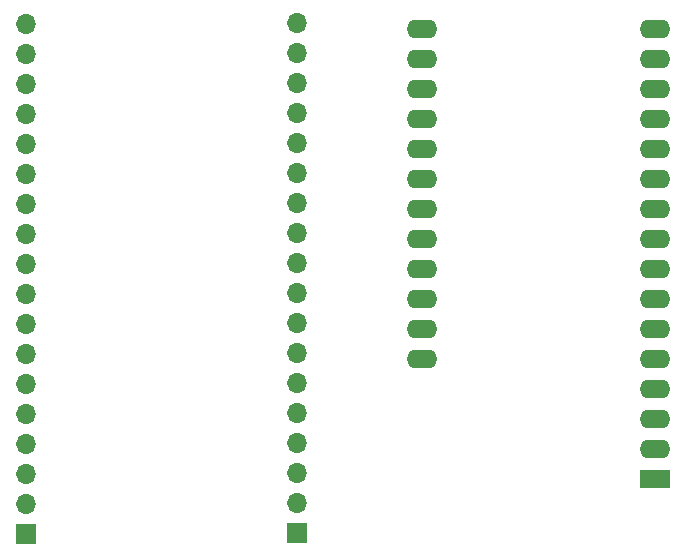
<source format=gbr>
%TF.GenerationSoftware,KiCad,Pcbnew,8.0.6-8.0.6-0~ubuntu24.04.1*%
%TF.CreationDate,2025-03-25T09:50:31-04:00*%
%TF.ProjectId,mesh-base,6d657368-2d62-4617-9365-2e6b69636164,rev?*%
%TF.SameCoordinates,Original*%
%TF.FileFunction,Soldermask,Top*%
%TF.FilePolarity,Negative*%
%FSLAX46Y46*%
G04 Gerber Fmt 4.6, Leading zero omitted, Abs format (unit mm)*
G04 Created by KiCad (PCBNEW 8.0.6-8.0.6-0~ubuntu24.04.1) date 2025-03-25 09:50:31*
%MOMM*%
%LPD*%
G01*
G04 APERTURE LIST*
G04 Aperture macros list*
%AMRoundRect*
0 Rectangle with rounded corners*
0 $1 Rounding radius*
0 $2 $3 $4 $5 $6 $7 $8 $9 X,Y pos of 4 corners*
0 Add a 4 corners polygon primitive as box body*
4,1,4,$2,$3,$4,$5,$6,$7,$8,$9,$2,$3,0*
0 Add four circle primitives for the rounded corners*
1,1,$1+$1,$2,$3*
1,1,$1+$1,$4,$5*
1,1,$1+$1,$6,$7*
1,1,$1+$1,$8,$9*
0 Add four rect primitives between the rounded corners*
20,1,$1+$1,$2,$3,$4,$5,0*
20,1,$1+$1,$4,$5,$6,$7,0*
20,1,$1+$1,$6,$7,$8,$9,0*
20,1,$1+$1,$8,$9,$2,$3,0*%
G04 Aperture macros list end*
%ADD10R,1.700000X1.700000*%
%ADD11O,1.700000X1.700000*%
%ADD12O,2.600000X1.600000*%
%ADD13RoundRect,0.250000X1.050000X0.550000X-1.050000X0.550000X-1.050000X-0.550000X1.050000X-0.550000X0*%
G04 APERTURE END LIST*
D10*
%TO.C,J2*%
X90400000Y-103500000D03*
D11*
X90400000Y-100960000D03*
X90400000Y-98420000D03*
X90400000Y-95880000D03*
X90400000Y-93340000D03*
X90400000Y-90800000D03*
X90400000Y-88260000D03*
X90400000Y-85720000D03*
X90400000Y-83180000D03*
X90400000Y-80640000D03*
X90400000Y-78100000D03*
X90400000Y-75560000D03*
X90400000Y-73020000D03*
X90400000Y-70480000D03*
X90400000Y-67940000D03*
X90400000Y-65400000D03*
X90400000Y-62860000D03*
X90400000Y-60320000D03*
%TD*%
D10*
%TO.C,J1*%
X67500000Y-103540000D03*
D11*
X67500000Y-101000000D03*
X67500000Y-98460000D03*
X67500000Y-95920000D03*
X67500000Y-93380000D03*
X67500000Y-90840000D03*
X67500000Y-88300000D03*
X67500000Y-85760000D03*
X67500000Y-83220000D03*
X67500000Y-80680000D03*
X67500000Y-78140000D03*
X67500000Y-75600000D03*
X67500000Y-73060000D03*
X67500000Y-70520000D03*
X67500000Y-67980000D03*
X67500000Y-65440000D03*
X67500000Y-62900000D03*
X67500000Y-60360000D03*
%TD*%
D12*
%TO.C,A1*%
X100970000Y-88780000D03*
X100970000Y-86240000D03*
X100970000Y-83700000D03*
X100970000Y-81160000D03*
X100970000Y-78620000D03*
X100970000Y-76080000D03*
X100970000Y-73540000D03*
X100970000Y-71000000D03*
X100970000Y-68460000D03*
X100970000Y-65920000D03*
X100970000Y-63380000D03*
X100970000Y-60840000D03*
X120690000Y-60840000D03*
X120690000Y-63380000D03*
X120690000Y-65920000D03*
X120690000Y-68460000D03*
X120690000Y-71000000D03*
X120690000Y-73540000D03*
X120690000Y-76080000D03*
X120690000Y-78620000D03*
X120690000Y-81160000D03*
X120690000Y-83700000D03*
X120690000Y-86240000D03*
X120690000Y-88780000D03*
X120690000Y-91320000D03*
X120690000Y-93860000D03*
X120690000Y-96400000D03*
D13*
X120690000Y-98940000D03*
%TD*%
M02*

</source>
